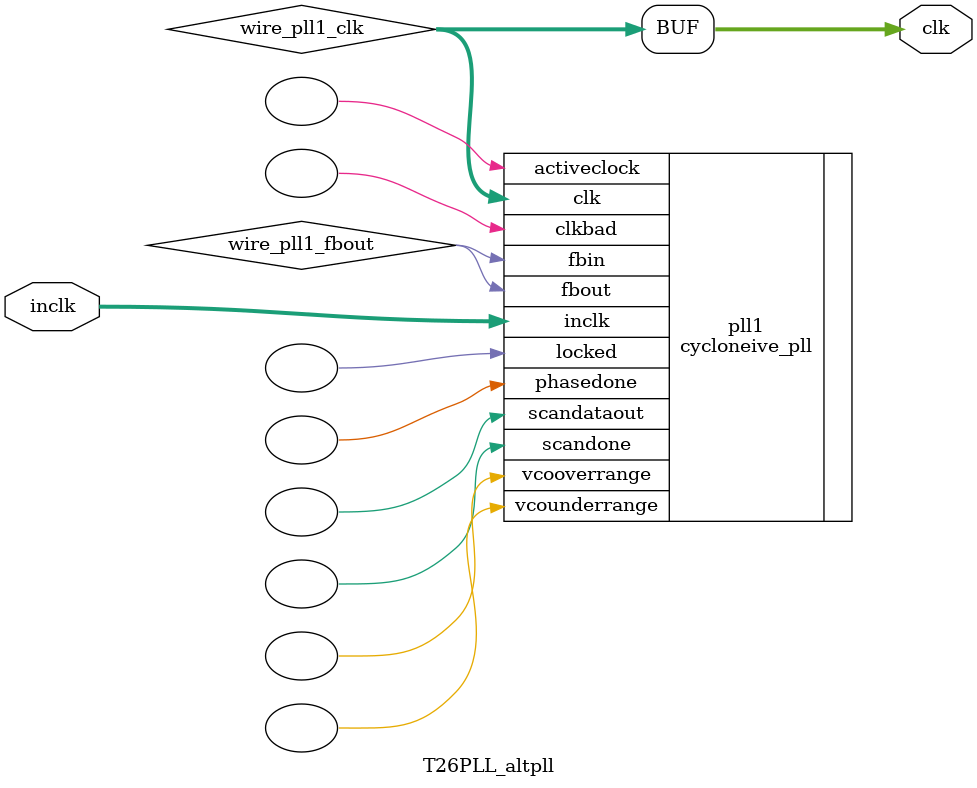
<source format=v>






//synthesis_resources = cycloneive_pll 1 
//synopsys translate_off
`timescale 1 ps / 1 ps
//synopsys translate_on
module  T26PLL_altpll
	( 
	clk,
	inclk) /* synthesis synthesis_clearbox=1 */;
	output   [4:0]  clk;
	input   [1:0]  inclk;
`ifndef ALTERA_RESERVED_QIS
// synopsys translate_off
`endif
	tri0   [1:0]  inclk;
`ifndef ALTERA_RESERVED_QIS
// synopsys translate_on
`endif

	wire  [4:0]   wire_pll1_clk;
	wire  wire_pll1_fbout;

	cycloneive_pll   pll1
	( 
	.activeclock(),
	.clk(wire_pll1_clk),
	.clkbad(),
	.fbin(wire_pll1_fbout),
	.fbout(wire_pll1_fbout),
	.inclk(inclk),
	.locked(),
	.phasedone(),
	.scandataout(),
	.scandone(),
	.vcooverrange(),
	.vcounderrange()
	`ifndef FORMAL_VERIFICATION
	// synopsys translate_off
	`endif
	,
	.areset(1'b0),
	.clkswitch(1'b0),
	.configupdate(1'b0),
	.pfdena(1'b1),
	.phasecounterselect({3{1'b0}}),
	.phasestep(1'b0),
	.phaseupdown(1'b0),
	.scanclk(1'b0),
	.scanclkena(1'b1),
	.scandata(1'b0)
	`ifndef FORMAL_VERIFICATION
	// synopsys translate_on
	`endif
	);
	defparam
		pll1.bandwidth_type = "auto",
		pll1.clk0_divide_by = 25,
		pll1.clk0_duty_cycle = 50,
		pll1.clk0_multiply_by = 12,
		pll1.clk0_phase_shift = "0",
		pll1.clk1_divide_by = 2,
		pll1.clk1_duty_cycle = 50,
		pll1.clk1_multiply_by = 1,
		pll1.clk1_phase_shift = "0",
		pll1.clk2_divide_by = 1,
		pll1.clk2_duty_cycle = 50,
		pll1.clk2_multiply_by = 1,
		pll1.clk2_phase_shift = "0",
		pll1.compensate_clock = "clk0",
		pll1.inclk0_input_frequency = 20000,
		pll1.operation_mode = "normal",
		pll1.pll_type = "auto",
		pll1.lpm_type = "cycloneive_pll";
	assign
		clk = {wire_pll1_clk[4:0]};
endmodule //T26PLL_altpll
//VALID FILE

</source>
